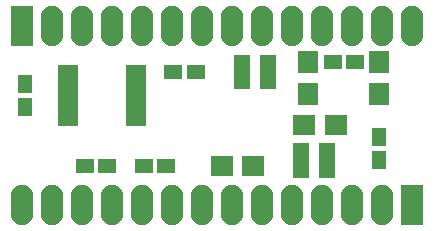
<source format=gbr>
G04 #@! TF.FileFunction,Soldermask,Top*
%FSLAX46Y46*%
G04 Gerber Fmt 4.6, Leading zero omitted, Abs format (unit mm)*
G04 Created by KiCad (PCBNEW 4.0.2-4+6225~38~ubuntu14.04.1-stable) date lun 04 abr 2016 12:34:46 ART*
%MOMM*%
G01*
G04 APERTURE LIST*
%ADD10C,0.100000*%
%ADD11R,1.799540X0.750520*%
%ADD12O,1.906220X3.414980*%
%ADD13R,1.906220X3.414980*%
%ADD14R,1.700000X1.900000*%
%ADD15R,1.900000X1.700000*%
%ADD16R,1.460000X1.050000*%
%ADD17R,1.600000X1.150000*%
%ADD18R,1.150000X1.600000*%
G04 APERTURE END LIST*
D10*
D11*
X144375280Y-105275840D03*
X144375280Y-104625600D03*
X144375280Y-103975360D03*
X144375280Y-103325120D03*
X144375280Y-102674880D03*
X144375280Y-102024640D03*
X144375280Y-101374400D03*
X144375280Y-100724160D03*
X138624720Y-100724160D03*
X138624720Y-101374400D03*
X138624720Y-102024640D03*
X138624720Y-102674880D03*
X138624720Y-103325120D03*
X138624720Y-103975360D03*
X138624720Y-104625600D03*
X138624720Y-105275840D03*
D12*
X144940000Y-97100000D03*
X147480000Y-97100000D03*
X150020000Y-97100000D03*
X152560000Y-97100000D03*
X155100000Y-97100000D03*
X157640000Y-97100000D03*
X160180000Y-97100000D03*
X162720000Y-97100000D03*
X165260000Y-97100000D03*
X142400000Y-97100000D03*
X139860000Y-97100000D03*
X137320000Y-97100000D03*
X167800000Y-97100000D03*
D13*
X134780000Y-97100000D03*
D12*
X157580000Y-112300000D03*
X155040000Y-112300000D03*
X152500000Y-112300000D03*
X149960000Y-112300000D03*
X147420000Y-112300000D03*
X144880000Y-112300000D03*
X142340000Y-112300000D03*
X139800000Y-112300000D03*
X137260000Y-112300000D03*
X160120000Y-112300000D03*
X162660000Y-112300000D03*
X165200000Y-112300000D03*
X134720000Y-112300000D03*
D13*
X167740000Y-112300000D03*
D14*
X165000000Y-102850000D03*
X165000000Y-100150000D03*
D15*
X151650000Y-109000000D03*
X154350000Y-109000000D03*
X161350000Y-105500000D03*
X158650000Y-105500000D03*
D14*
X159000000Y-100150000D03*
X159000000Y-102850000D03*
D16*
X153400000Y-100050000D03*
X153400000Y-101000000D03*
X153400000Y-101950000D03*
X155600000Y-101950000D03*
X155600000Y-100050000D03*
X155600000Y-101000000D03*
X158400000Y-107550000D03*
X158400000Y-108500000D03*
X158400000Y-109450000D03*
X160600000Y-109450000D03*
X160600000Y-107550000D03*
X160600000Y-108500000D03*
D17*
X141950000Y-109000000D03*
X140050000Y-109000000D03*
D18*
X135000000Y-102050000D03*
X135000000Y-103950000D03*
D17*
X146950000Y-109000000D03*
X145050000Y-109000000D03*
X147550000Y-101000000D03*
X149450000Y-101000000D03*
D18*
X165000000Y-108450000D03*
X165000000Y-106550000D03*
D17*
X161050000Y-100200000D03*
X162950000Y-100200000D03*
M02*

</source>
